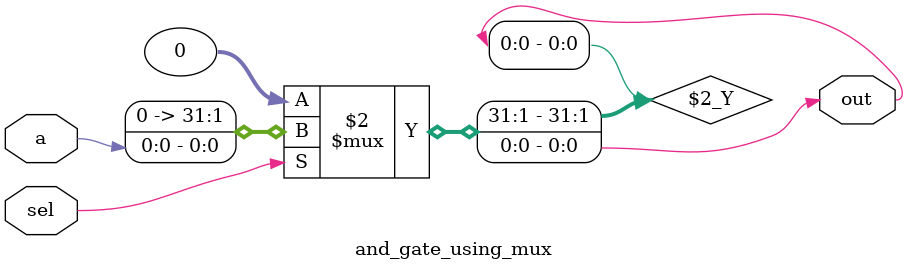
<source format=v>
module and_gate_using_mux(out,sel,a);

input wire a;
input wire sel;
output wire out;

assign out = sel ? a : 0;

endmodule

</source>
